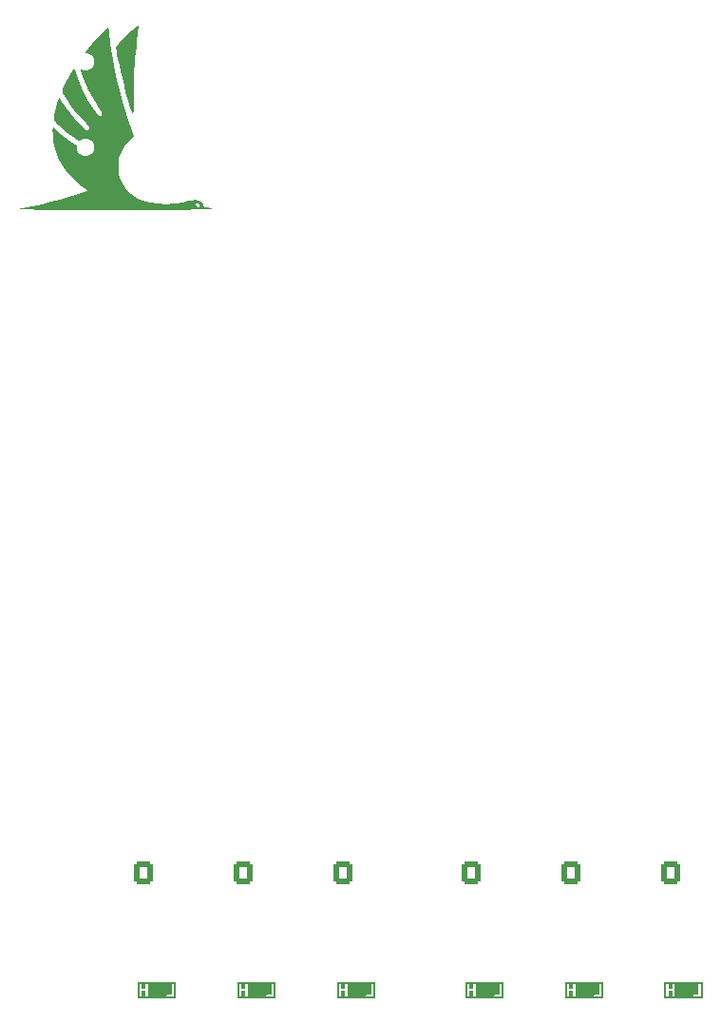
<source format=gbo>
%TF.GenerationSoftware,KiCad,Pcbnew,7.0.7*%
%TF.CreationDate,2024-06-19T04:07:58+09:00*%
%TF.ProjectId,ALTAIR_CAN_SHIELD _V1,414c5441-4952-45f4-9341-4e5f53484945,rev?*%
%TF.SameCoordinates,Original*%
%TF.FileFunction,Legend,Bot*%
%TF.FilePolarity,Positive*%
%FSLAX46Y46*%
G04 Gerber Fmt 4.6, Leading zero omitted, Abs format (unit mm)*
G04 Created by KiCad (PCBNEW 7.0.7) date 2024-06-19 04:07:58*
%MOMM*%
%LPD*%
G01*
G04 APERTURE LIST*
G04 Aperture macros list*
%AMRoundRect*
0 Rectangle with rounded corners*
0 $1 Rounding radius*
0 $2 $3 $4 $5 $6 $7 $8 $9 X,Y pos of 4 corners*
0 Add a 4 corners polygon primitive as box body*
4,1,4,$2,$3,$4,$5,$6,$7,$8,$9,$2,$3,0*
0 Add four circle primitives for the rounded corners*
1,1,$1+$1,$2,$3*
1,1,$1+$1,$4,$5*
1,1,$1+$1,$6,$7*
1,1,$1+$1,$8,$9*
0 Add four rect primitives between the rounded corners*
20,1,$1+$1,$2,$3,$4,$5,0*
20,1,$1+$1,$4,$5,$6,$7,0*
20,1,$1+$1,$6,$7,$8,$9,0*
20,1,$1+$1,$8,$9,$2,$3,0*%
G04 Aperture macros list end*
%ADD10C,0.200000*%
%ADD11O,2.800000X2.000000*%
%ADD12RoundRect,0.250000X-0.600000X-0.725000X0.600000X-0.725000X0.600000X0.725000X-0.600000X0.725000X0*%
%ADD13O,1.700000X1.950000*%
%ADD14C,1.524000*%
%ADD15C,1.600000*%
%ADD16O,1.600000X1.600000*%
%ADD17R,1.800000X1.800000*%
%ADD18C,1.800000*%
%ADD19C,1.700000*%
G04 APERTURE END LIST*
D10*
G36*
X141351183Y-152002076D02*
G01*
X137960707Y-152002076D01*
X137960707Y-151759219D01*
X138103564Y-151759219D01*
X138122662Y-151817998D01*
X138172662Y-151854325D01*
X138234466Y-151854325D01*
X138284466Y-151817998D01*
X138303564Y-151759219D01*
X138303564Y-151335409D01*
X138674992Y-151335409D01*
X138674992Y-151759219D01*
X138694090Y-151817998D01*
X138744090Y-151854325D01*
X138805894Y-151854325D01*
X138855894Y-151817998D01*
X138864952Y-151790121D01*
X140537030Y-151790121D01*
X140573357Y-151840121D01*
X140632136Y-151859219D01*
X141108326Y-151859219D01*
X141123389Y-151854325D01*
X141139228Y-151854325D01*
X141152041Y-151845015D01*
X141167105Y-151840121D01*
X141176414Y-151827307D01*
X141189228Y-151817998D01*
X141194122Y-151802934D01*
X141203432Y-151790121D01*
X141203432Y-151774281D01*
X141208326Y-151759219D01*
X141208326Y-150759219D01*
X141189228Y-150700440D01*
X141139228Y-150664113D01*
X141077424Y-150664113D01*
X141027424Y-150700440D01*
X141008326Y-150759219D01*
X141008326Y-151659219D01*
X140632136Y-151659219D01*
X140573357Y-151678317D01*
X140537030Y-151728317D01*
X140537030Y-151790121D01*
X138864952Y-151790121D01*
X138874992Y-151759219D01*
X138874992Y-150759219D01*
X138855894Y-150700440D01*
X138805894Y-150664113D01*
X138744090Y-150664113D01*
X138694090Y-150700440D01*
X138674992Y-150759219D01*
X138674992Y-151135409D01*
X138303564Y-151135409D01*
X138303564Y-150759219D01*
X138284466Y-150700440D01*
X138234466Y-150664113D01*
X138172662Y-150664113D01*
X138122662Y-150700440D01*
X138103564Y-150759219D01*
X138103564Y-151759219D01*
X137960707Y-151759219D01*
X137960707Y-150521256D01*
X141351183Y-150521256D01*
X141351183Y-152002076D01*
G37*
G36*
X161671183Y-152002076D02*
G01*
X158280707Y-152002076D01*
X158280707Y-151759219D01*
X158423564Y-151759219D01*
X158442662Y-151817998D01*
X158492662Y-151854325D01*
X158554466Y-151854325D01*
X158604466Y-151817998D01*
X158623564Y-151759219D01*
X158623564Y-151335409D01*
X158994992Y-151335409D01*
X158994992Y-151759219D01*
X159014090Y-151817998D01*
X159064090Y-151854325D01*
X159125894Y-151854325D01*
X159175894Y-151817998D01*
X159184952Y-151790121D01*
X160857030Y-151790121D01*
X160893357Y-151840121D01*
X160952136Y-151859219D01*
X161428326Y-151859219D01*
X161443389Y-151854325D01*
X161459228Y-151854325D01*
X161472041Y-151845015D01*
X161487105Y-151840121D01*
X161496414Y-151827307D01*
X161509228Y-151817998D01*
X161514122Y-151802934D01*
X161523432Y-151790121D01*
X161523432Y-151774281D01*
X161528326Y-151759219D01*
X161528326Y-150759219D01*
X161509228Y-150700440D01*
X161459228Y-150664113D01*
X161397424Y-150664113D01*
X161347424Y-150700440D01*
X161328326Y-150759219D01*
X161328326Y-151659219D01*
X160952136Y-151659219D01*
X160893357Y-151678317D01*
X160857030Y-151728317D01*
X160857030Y-151790121D01*
X159184952Y-151790121D01*
X159194992Y-151759219D01*
X159194992Y-150759219D01*
X159175894Y-150700440D01*
X159125894Y-150664113D01*
X159064090Y-150664113D01*
X159014090Y-150700440D01*
X158994992Y-150759219D01*
X158994992Y-151135409D01*
X158623564Y-151135409D01*
X158623564Y-150759219D01*
X158604466Y-150700440D01*
X158554466Y-150664113D01*
X158492662Y-150664113D01*
X158442662Y-150700440D01*
X158423564Y-150759219D01*
X158423564Y-151759219D01*
X158280707Y-151759219D01*
X158280707Y-150521256D01*
X161671183Y-150521256D01*
X161671183Y-152002076D01*
G37*
G36*
X150241183Y-152002076D02*
G01*
X146850707Y-152002076D01*
X146850707Y-151759219D01*
X146993564Y-151759219D01*
X147012662Y-151817998D01*
X147062662Y-151854325D01*
X147124466Y-151854325D01*
X147174466Y-151817998D01*
X147193564Y-151759219D01*
X147193564Y-151335409D01*
X147564992Y-151335409D01*
X147564992Y-151759219D01*
X147584090Y-151817998D01*
X147634090Y-151854325D01*
X147695894Y-151854325D01*
X147745894Y-151817998D01*
X147754952Y-151790121D01*
X149427030Y-151790121D01*
X149463357Y-151840121D01*
X149522136Y-151859219D01*
X149998326Y-151859219D01*
X150013389Y-151854325D01*
X150029228Y-151854325D01*
X150042041Y-151845015D01*
X150057105Y-151840121D01*
X150066414Y-151827307D01*
X150079228Y-151817998D01*
X150084122Y-151802934D01*
X150093432Y-151790121D01*
X150093432Y-151774281D01*
X150098326Y-151759219D01*
X150098326Y-150759219D01*
X150079228Y-150700440D01*
X150029228Y-150664113D01*
X149967424Y-150664113D01*
X149917424Y-150700440D01*
X149898326Y-150759219D01*
X149898326Y-151659219D01*
X149522136Y-151659219D01*
X149463357Y-151678317D01*
X149427030Y-151728317D01*
X149427030Y-151790121D01*
X147754952Y-151790121D01*
X147764992Y-151759219D01*
X147764992Y-150759219D01*
X147745894Y-150700440D01*
X147695894Y-150664113D01*
X147634090Y-150664113D01*
X147584090Y-150700440D01*
X147564992Y-150759219D01*
X147564992Y-151135409D01*
X147193564Y-151135409D01*
X147193564Y-150759219D01*
X147174466Y-150700440D01*
X147124466Y-150664113D01*
X147062662Y-150664113D01*
X147012662Y-150700440D01*
X146993564Y-150759219D01*
X146993564Y-151759219D01*
X146850707Y-151759219D01*
X146850707Y-150521256D01*
X150241183Y-150521256D01*
X150241183Y-152002076D01*
G37*
G36*
X179422135Y-152002076D02*
G01*
X176031659Y-152002076D01*
X176031659Y-151759219D01*
X176174516Y-151759219D01*
X176193614Y-151817998D01*
X176243614Y-151854325D01*
X176305418Y-151854325D01*
X176355418Y-151817998D01*
X176374516Y-151759219D01*
X176374516Y-151335409D01*
X176745944Y-151335409D01*
X176745944Y-151759219D01*
X176765042Y-151817998D01*
X176815042Y-151854325D01*
X176876846Y-151854325D01*
X176926846Y-151817998D01*
X176935904Y-151790121D01*
X178607982Y-151790121D01*
X178644309Y-151840121D01*
X178703088Y-151859219D01*
X179179278Y-151859219D01*
X179194341Y-151854325D01*
X179210180Y-151854325D01*
X179222993Y-151845015D01*
X179238057Y-151840121D01*
X179247366Y-151827307D01*
X179260180Y-151817998D01*
X179265074Y-151802934D01*
X179274384Y-151790121D01*
X179274384Y-151774281D01*
X179279278Y-151759219D01*
X179279278Y-150759219D01*
X179260180Y-150700440D01*
X179210180Y-150664113D01*
X179148376Y-150664113D01*
X179098376Y-150700440D01*
X179079278Y-150759219D01*
X179079278Y-151659219D01*
X178703088Y-151659219D01*
X178644309Y-151678317D01*
X178607982Y-151728317D01*
X178607982Y-151790121D01*
X176935904Y-151790121D01*
X176945944Y-151759219D01*
X176945944Y-150759219D01*
X176926846Y-150700440D01*
X176876846Y-150664113D01*
X176815042Y-150664113D01*
X176765042Y-150700440D01*
X176745944Y-150759219D01*
X176745944Y-151135409D01*
X176374516Y-151135409D01*
X176374516Y-150759219D01*
X176355418Y-150700440D01*
X176305418Y-150664113D01*
X176243614Y-150664113D01*
X176193614Y-150700440D01*
X176174516Y-150759219D01*
X176174516Y-151759219D01*
X176031659Y-151759219D01*
X176031659Y-150521256D01*
X179422135Y-150521256D01*
X179422135Y-152002076D01*
G37*
G36*
X132461183Y-152002076D02*
G01*
X129070707Y-152002076D01*
X129070707Y-151759219D01*
X129213564Y-151759219D01*
X129232662Y-151817998D01*
X129282662Y-151854325D01*
X129344466Y-151854325D01*
X129394466Y-151817998D01*
X129413564Y-151759219D01*
X129413564Y-151335409D01*
X129784992Y-151335409D01*
X129784992Y-151759219D01*
X129804090Y-151817998D01*
X129854090Y-151854325D01*
X129915894Y-151854325D01*
X129965894Y-151817998D01*
X129974952Y-151790121D01*
X131647030Y-151790121D01*
X131683357Y-151840121D01*
X131742136Y-151859219D01*
X132218326Y-151859219D01*
X132233389Y-151854325D01*
X132249228Y-151854325D01*
X132262041Y-151845015D01*
X132277105Y-151840121D01*
X132286414Y-151827307D01*
X132299228Y-151817998D01*
X132304122Y-151802934D01*
X132313432Y-151790121D01*
X132313432Y-151774281D01*
X132318326Y-151759219D01*
X132318326Y-150759219D01*
X132299228Y-150700440D01*
X132249228Y-150664113D01*
X132187424Y-150664113D01*
X132137424Y-150700440D01*
X132118326Y-150759219D01*
X132118326Y-151659219D01*
X131742136Y-151659219D01*
X131683357Y-151678317D01*
X131647030Y-151728317D01*
X131647030Y-151790121D01*
X129974952Y-151790121D01*
X129984992Y-151759219D01*
X129984992Y-150759219D01*
X129965894Y-150700440D01*
X129915894Y-150664113D01*
X129854090Y-150664113D01*
X129804090Y-150700440D01*
X129784992Y-150759219D01*
X129784992Y-151135409D01*
X129413564Y-151135409D01*
X129413564Y-150759219D01*
X129394466Y-150700440D01*
X129344466Y-150664113D01*
X129282662Y-150664113D01*
X129232662Y-150700440D01*
X129213564Y-150759219D01*
X129213564Y-151759219D01*
X129070707Y-151759219D01*
X129070707Y-150521256D01*
X132461183Y-150521256D01*
X132461183Y-152002076D01*
G37*
G36*
X170561183Y-152002076D02*
G01*
X167170707Y-152002076D01*
X167170707Y-151759219D01*
X167313564Y-151759219D01*
X167332662Y-151817998D01*
X167382662Y-151854325D01*
X167444466Y-151854325D01*
X167494466Y-151817998D01*
X167513564Y-151759219D01*
X167513564Y-151335409D01*
X167884992Y-151335409D01*
X167884992Y-151759219D01*
X167904090Y-151817998D01*
X167954090Y-151854325D01*
X168015894Y-151854325D01*
X168065894Y-151817998D01*
X168074952Y-151790121D01*
X169747030Y-151790121D01*
X169783357Y-151840121D01*
X169842136Y-151859219D01*
X170318326Y-151859219D01*
X170333389Y-151854325D01*
X170349228Y-151854325D01*
X170362041Y-151845015D01*
X170377105Y-151840121D01*
X170386414Y-151827307D01*
X170399228Y-151817998D01*
X170404122Y-151802934D01*
X170413432Y-151790121D01*
X170413432Y-151774281D01*
X170418326Y-151759219D01*
X170418326Y-150759219D01*
X170399228Y-150700440D01*
X170349228Y-150664113D01*
X170287424Y-150664113D01*
X170237424Y-150700440D01*
X170218326Y-150759219D01*
X170218326Y-151659219D01*
X169842136Y-151659219D01*
X169783357Y-151678317D01*
X169747030Y-151728317D01*
X169747030Y-151790121D01*
X168074952Y-151790121D01*
X168084992Y-151759219D01*
X168084992Y-150759219D01*
X168065894Y-150700440D01*
X168015894Y-150664113D01*
X167954090Y-150664113D01*
X167904090Y-150700440D01*
X167884992Y-150759219D01*
X167884992Y-151135409D01*
X167513564Y-151135409D01*
X167513564Y-150759219D01*
X167494466Y-150700440D01*
X167444466Y-150664113D01*
X167382662Y-150664113D01*
X167332662Y-150700440D01*
X167313564Y-150759219D01*
X167313564Y-151759219D01*
X167170707Y-151759219D01*
X167170707Y-150521256D01*
X170561183Y-150521256D01*
X170561183Y-152002076D01*
G37*
%TO.C,G\u002A\u002A\u002A*%
G36*
X129178930Y-65417467D02*
G01*
X129165946Y-65576804D01*
X129150940Y-65651118D01*
X129114435Y-65895837D01*
X129073042Y-66233394D01*
X129033142Y-66613970D01*
X129021777Y-66730369D01*
X128969095Y-67241112D01*
X128908834Y-67792415D01*
X128851913Y-68283667D01*
X128836402Y-68435556D01*
X128808003Y-68840169D01*
X128783067Y-69358317D01*
X128762960Y-69953155D01*
X128749050Y-70587843D01*
X128742706Y-71225538D01*
X128740003Y-71678756D01*
X128733539Y-72209135D01*
X128724278Y-72661343D01*
X128712840Y-73012590D01*
X128699840Y-73240085D01*
X128685898Y-73321038D01*
X128642299Y-73273554D01*
X128558698Y-73082035D01*
X128449629Y-72764314D01*
X128320688Y-72342619D01*
X128177471Y-71839175D01*
X128025572Y-71276210D01*
X127870588Y-70675950D01*
X127718114Y-70060622D01*
X127573746Y-69452453D01*
X127443079Y-68873669D01*
X127331709Y-68346498D01*
X127245231Y-67893165D01*
X127189240Y-67535897D01*
X127169333Y-67296922D01*
X127171654Y-67283728D01*
X127252140Y-67155431D01*
X127428238Y-66945713D01*
X127673739Y-66680345D01*
X127962432Y-66385100D01*
X128268111Y-66085746D01*
X128564565Y-65808055D01*
X128825585Y-65577797D01*
X129024962Y-65420744D01*
X129136487Y-65362666D01*
X129178930Y-65417467D01*
G37*
G36*
X134977439Y-81434542D02*
G01*
X135085889Y-81509365D01*
X135288527Y-81573082D01*
X135622124Y-81642872D01*
X135651683Y-81648680D01*
X135731786Y-81667581D01*
X135769224Y-81684377D01*
X135755554Y-81699191D01*
X135682331Y-81712148D01*
X135541110Y-81723370D01*
X135323447Y-81732981D01*
X135020897Y-81741104D01*
X134625015Y-81747862D01*
X134127357Y-81753380D01*
X133519477Y-81757780D01*
X132792933Y-81761186D01*
X131939278Y-81763721D01*
X130950069Y-81765508D01*
X129816860Y-81766672D01*
X128531208Y-81767334D01*
X127084667Y-81767620D01*
X125793159Y-81767708D01*
X124492964Y-81767635D01*
X123346151Y-81767232D01*
X122344276Y-81766344D01*
X121478894Y-81764818D01*
X120741562Y-81762501D01*
X120123834Y-81759239D01*
X119617267Y-81754878D01*
X119213417Y-81749265D01*
X118903839Y-81742246D01*
X118680088Y-81733667D01*
X118533722Y-81723375D01*
X118456295Y-81711216D01*
X118439362Y-81697037D01*
X118474481Y-81680683D01*
X118553207Y-81662002D01*
X118667094Y-81640840D01*
X118807700Y-81617043D01*
X119064246Y-81571720D01*
X119746484Y-81433810D01*
X120520007Y-81258451D01*
X121336786Y-81057690D01*
X122148795Y-80843573D01*
X122908007Y-80628146D01*
X123566394Y-80423456D01*
X123609902Y-80409087D01*
X123989605Y-80282328D01*
X124302495Y-80175538D01*
X124517183Y-80099569D01*
X124602281Y-80065274D01*
X124600520Y-80058151D01*
X124516498Y-79977787D01*
X124334295Y-79830943D01*
X124084784Y-79642823D01*
X123319193Y-78991812D01*
X122636496Y-78204751D01*
X122093651Y-77327474D01*
X121697479Y-76369333D01*
X121683047Y-76321359D01*
X121622669Y-76048374D01*
X121572176Y-75711793D01*
X121534251Y-75350101D01*
X121511574Y-75001789D01*
X121506826Y-74705342D01*
X121522687Y-74499250D01*
X121561838Y-74422000D01*
X121582866Y-74423638D01*
X121680111Y-74485500D01*
X121688030Y-74500046D01*
X121805520Y-74633253D01*
X122023591Y-74834109D01*
X122310565Y-75076542D01*
X122634766Y-75334479D01*
X122964518Y-75581848D01*
X123268145Y-75792577D01*
X123488863Y-75933623D01*
X123739329Y-76074774D01*
X123891165Y-76126062D01*
X123965348Y-76096635D01*
X123969104Y-76090658D01*
X124019415Y-75972995D01*
X123999895Y-75858691D01*
X123892126Y-75724435D01*
X123677690Y-75546915D01*
X123338167Y-75302817D01*
X123224383Y-75221688D01*
X122826774Y-74919204D01*
X122428917Y-74593035D01*
X122102070Y-74300936D01*
X122068358Y-74268700D01*
X121823807Y-74030325D01*
X121677873Y-73864632D01*
X121608941Y-73731856D01*
X121595397Y-73592234D01*
X121615628Y-73406000D01*
X121632796Y-73297487D01*
X121692908Y-73008757D01*
X121774553Y-72681209D01*
X121865932Y-72355637D01*
X121955248Y-72072831D01*
X122030704Y-71873581D01*
X122080501Y-71798679D01*
X122099837Y-71812584D01*
X122197614Y-71932800D01*
X122351276Y-72149657D01*
X122537318Y-72430639D01*
X122548909Y-72448496D01*
X122774231Y-72762264D01*
X123079083Y-73144840D01*
X123424934Y-73549496D01*
X123773250Y-73929500D01*
X123916469Y-74079126D01*
X124202274Y-74374228D01*
X124399729Y-74566723D01*
X124529016Y-74671046D01*
X124610320Y-74701636D01*
X124663821Y-74672928D01*
X124709704Y-74599361D01*
X124713817Y-74591603D01*
X124751205Y-74493592D01*
X124738860Y-74394621D01*
X124659016Y-74265260D01*
X124493912Y-74076080D01*
X124225782Y-73797654D01*
X124007350Y-73570400D01*
X123454887Y-72946440D01*
X123006526Y-72351313D01*
X122630296Y-71743863D01*
X122565070Y-71626417D01*
X122437899Y-71379609D01*
X122381848Y-71212815D01*
X122385556Y-71077825D01*
X122437663Y-70926434D01*
X122479053Y-70834462D01*
X122592960Y-70605442D01*
X122745199Y-70314778D01*
X122916355Y-69997780D01*
X123087015Y-69689759D01*
X123237765Y-69426026D01*
X123349192Y-69241892D01*
X123401881Y-69172667D01*
X123412005Y-69186448D01*
X123466952Y-69317757D01*
X123554390Y-69558217D01*
X123660732Y-69871167D01*
X123812555Y-70293442D01*
X124188775Y-71156016D01*
X124636626Y-71999912D01*
X125117989Y-72749833D01*
X125332332Y-73040089D01*
X125526030Y-73268111D01*
X125668833Y-73377758D01*
X125780830Y-73383487D01*
X125882108Y-73299756D01*
X125898338Y-73224328D01*
X125844371Y-73062379D01*
X125702722Y-72804334D01*
X125464601Y-72431922D01*
X125350102Y-72255146D01*
X125084110Y-71818187D01*
X124831815Y-71372901D01*
X124635384Y-70992488D01*
X124586350Y-70887087D01*
X124428440Y-70517826D01*
X124267481Y-70104227D01*
X124114739Y-69679772D01*
X123981477Y-69277942D01*
X123878962Y-68932219D01*
X123818458Y-68676083D01*
X123811232Y-68543016D01*
X123831292Y-68505474D01*
X123947922Y-68338657D01*
X124145332Y-68081226D01*
X124402243Y-67759052D01*
X124697377Y-67398011D01*
X125009457Y-67023975D01*
X125317205Y-66662818D01*
X125599343Y-66340414D01*
X125834593Y-66082637D01*
X125986200Y-65926666D01*
X126209534Y-65715488D01*
X126375185Y-65582603D01*
X126455347Y-65551791D01*
X126473666Y-65595787D01*
X126510841Y-65781984D01*
X126550211Y-66073615D01*
X126585822Y-66430587D01*
X126595780Y-66541444D01*
X126648985Y-67022774D01*
X126716308Y-67517775D01*
X126785618Y-67935099D01*
X126788070Y-67947975D01*
X126872611Y-68391018D01*
X126968274Y-68890948D01*
X127054821Y-69342000D01*
X127237211Y-70188646D01*
X127478578Y-71149320D01*
X127765879Y-72176204D01*
X128086805Y-73225315D01*
X128429045Y-74252667D01*
X128768042Y-75226333D01*
X128406766Y-75565000D01*
X128231421Y-75735658D01*
X127923977Y-76093531D01*
X127700232Y-76472193D01*
X127514884Y-76941564D01*
X127424276Y-77268727D01*
X127352001Y-77962765D01*
X127430656Y-78647045D01*
X127650088Y-79296212D01*
X128000148Y-79884914D01*
X128470685Y-80387799D01*
X129051546Y-80779511D01*
X129518083Y-80972065D01*
X130181138Y-81140700D01*
X130922150Y-81241253D01*
X131697893Y-81270358D01*
X132246289Y-81237690D01*
X134218272Y-81237690D01*
X134219884Y-81330906D01*
X134360434Y-81446354D01*
X134516460Y-81518361D01*
X134603991Y-81508651D01*
X134604177Y-81385833D01*
X134547592Y-81290061D01*
X134386302Y-81210611D01*
X134351193Y-81206844D01*
X134218272Y-81237690D01*
X132246289Y-81237690D01*
X132465141Y-81224653D01*
X133180667Y-81100775D01*
X133286251Y-81075355D01*
X133649267Y-80991206D01*
X133965459Y-80922435D01*
X134176115Y-80881948D01*
X134227099Y-80875742D01*
X134532938Y-80916749D01*
X134781815Y-81073435D01*
X134922280Y-81315881D01*
X134926407Y-81331432D01*
X134953332Y-81385833D01*
X134977439Y-81434542D01*
G37*
%TD*%
%LPC*%
D11*
%TO.C,J3*%
X177820000Y-147320000D03*
D12*
X176570000Y-140820000D03*
D13*
X179070000Y-140820000D03*
%TD*%
D14*
%TO.C,U2*%
X149860000Y-121920000D03*
X152400000Y-121920000D03*
X154940000Y-121920000D03*
X157480000Y-121920000D03*
X160020000Y-121920000D03*
X162560000Y-121920000D03*
X165100000Y-121920000D03*
X167640000Y-121920000D03*
%TD*%
D11*
%TO.C,J2*%
X168950000Y-147320000D03*
D12*
X167700000Y-140820000D03*
D13*
X170200000Y-140820000D03*
%TD*%
D15*
%TO.C,R3*%
X157480000Y-115570000D03*
D16*
X167640000Y-115570000D03*
%TD*%
D14*
%TO.C,U3*%
X128270000Y-121920000D03*
X130810000Y-121920000D03*
X133350000Y-121920000D03*
X135890000Y-121920000D03*
X138430000Y-121920000D03*
X140970000Y-121920000D03*
X143510000Y-121920000D03*
X146050000Y-121920000D03*
%TD*%
D11*
%TO.C,J4*%
X148610000Y-147320000D03*
D12*
X147360000Y-140820000D03*
D13*
X149860000Y-140820000D03*
%TD*%
D15*
%TO.C,R4*%
X135890000Y-115570000D03*
D16*
X146050000Y-115570000D03*
%TD*%
D17*
%TO.C,LED2*%
X118110000Y-68580000D03*
D18*
X120650000Y-68580000D03*
%TD*%
D11*
%TO.C,J5*%
X139740000Y-147320000D03*
D12*
X138490000Y-140820000D03*
D13*
X140990000Y-140820000D03*
%TD*%
D11*
%TO.C,J1*%
X160040000Y-147320000D03*
D12*
X158790000Y-140820000D03*
D13*
X161290000Y-140820000D03*
%TD*%
D17*
%TO.C,LED1*%
X118110000Y-76200000D03*
D18*
X120650000Y-76200000D03*
%TD*%
D19*
%TO.C,U1*%
X120650000Y-99060000D03*
X118110000Y-91440000D03*
X120650000Y-96520000D03*
X179070000Y-91440000D03*
X118110000Y-88900000D03*
X118110000Y-124460000D03*
X120650000Y-111760000D03*
X181610000Y-91440000D03*
X120650000Y-88900000D03*
X120650000Y-104140000D03*
X120650000Y-101600000D03*
X120650000Y-116840000D03*
X120650000Y-119380000D03*
X179070000Y-127000000D03*
X179070000Y-129540000D03*
X120650000Y-121920000D03*
X179070000Y-96520000D03*
X179070000Y-99060000D03*
X179070000Y-101600000D03*
X179070000Y-111760000D03*
X179070000Y-109220000D03*
X179070000Y-124460000D03*
X181610000Y-99060000D03*
X181610000Y-96520000D03*
X118110000Y-99060000D03*
X118110000Y-101600000D03*
X118110000Y-104140000D03*
X120650000Y-86360000D03*
X118110000Y-119380000D03*
X118110000Y-121920000D03*
X120650000Y-124460000D03*
X181610000Y-111760000D03*
X181610000Y-109220000D03*
X179070000Y-121920000D03*
X179070000Y-116840000D03*
X179070000Y-119380000D03*
X179070000Y-104140000D03*
X118110000Y-109220000D03*
X179070000Y-86360000D03*
X179070000Y-88900000D03*
X179070000Y-114300000D03*
X181610000Y-101600000D03*
X181610000Y-119380000D03*
X181610000Y-116840000D03*
X181610000Y-114300000D03*
X120650000Y-129540000D03*
X120650000Y-127000000D03*
X118110000Y-127000000D03*
X118110000Y-129540000D03*
X181610000Y-124460000D03*
X181610000Y-88900000D03*
X181610000Y-86360000D03*
X179070000Y-106680000D03*
X181610000Y-83820000D03*
X179070000Y-83820000D03*
X118110000Y-83820000D03*
X120650000Y-83820000D03*
X118110000Y-86360000D03*
X118110000Y-111760000D03*
X118110000Y-114300000D03*
X118110000Y-116840000D03*
X118110000Y-106680000D03*
X120650000Y-91440000D03*
X120650000Y-106680000D03*
X120650000Y-109220000D03*
X179070000Y-93980000D03*
X181610000Y-106680000D03*
X181610000Y-121920000D03*
X118110000Y-96520000D03*
X120650000Y-93980000D03*
X118110000Y-93980000D03*
X120650000Y-114300000D03*
X181610000Y-93980000D03*
X181610000Y-104140000D03*
X181610000Y-127000000D03*
X181610000Y-129540000D03*
%TD*%
D15*
%TO.C,R2*%
X124460000Y-68580000D03*
D16*
X134620000Y-68580000D03*
%TD*%
D15*
%TO.C,R1*%
X124460000Y-76200000D03*
D16*
X134620000Y-76200000D03*
%TD*%
D11*
%TO.C,J6*%
X130870000Y-147320000D03*
D12*
X129620000Y-140820000D03*
D13*
X132120000Y-140820000D03*
%TD*%
%LPD*%
M02*

</source>
